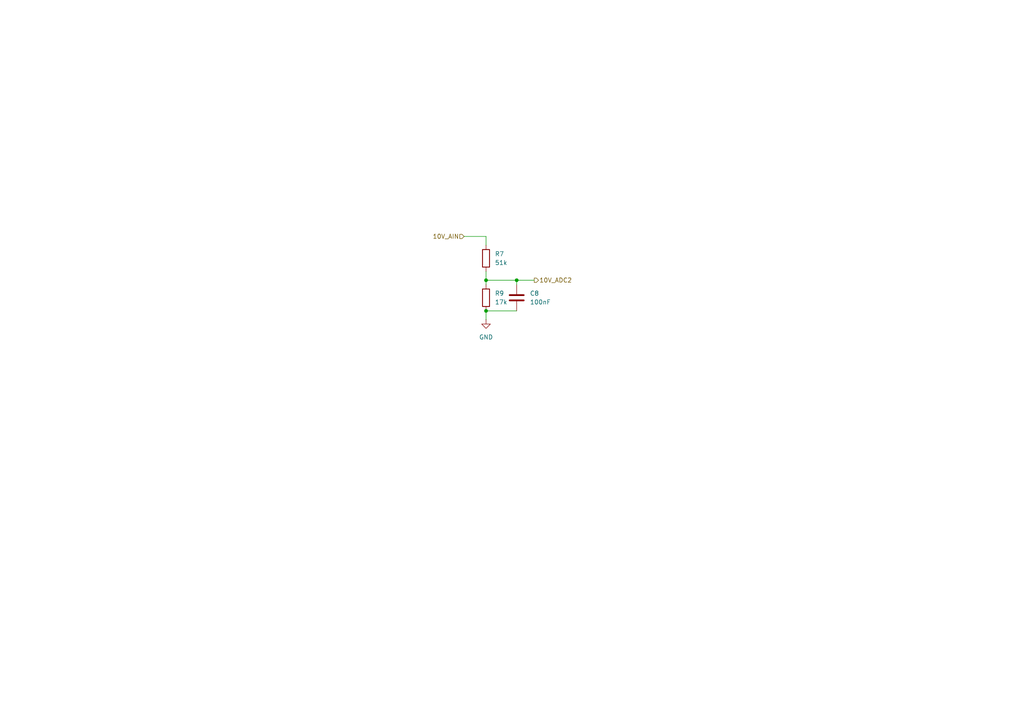
<source format=kicad_sch>
(kicad_sch
	(version 20250114)
	(generator "eeschema")
	(generator_version "9.0")
	(uuid "7ec2741b-4323-4543-8006-65204448585e")
	(paper "A4")
	(lib_symbols
		(symbol "Device:C"
			(pin_numbers
				(hide yes)
			)
			(pin_names
				(offset 0.254)
			)
			(exclude_from_sim no)
			(in_bom yes)
			(on_board yes)
			(property "Reference" "C"
				(at 0.635 2.54 0)
				(effects
					(font
						(size 1.27 1.27)
					)
					(justify left)
				)
			)
			(property "Value" "C"
				(at 0.635 -2.54 0)
				(effects
					(font
						(size 1.27 1.27)
					)
					(justify left)
				)
			)
			(property "Footprint" ""
				(at 0.9652 -3.81 0)
				(effects
					(font
						(size 1.27 1.27)
					)
					(hide yes)
				)
			)
			(property "Datasheet" "~"
				(at 0 0 0)
				(effects
					(font
						(size 1.27 1.27)
					)
					(hide yes)
				)
			)
			(property "Description" "Unpolarized capacitor"
				(at 0 0 0)
				(effects
					(font
						(size 1.27 1.27)
					)
					(hide yes)
				)
			)
			(property "ki_keywords" "cap capacitor"
				(at 0 0 0)
				(effects
					(font
						(size 1.27 1.27)
					)
					(hide yes)
				)
			)
			(property "ki_fp_filters" "C_*"
				(at 0 0 0)
				(effects
					(font
						(size 1.27 1.27)
					)
					(hide yes)
				)
			)
			(symbol "C_0_1"
				(polyline
					(pts
						(xy -2.032 0.762) (xy 2.032 0.762)
					)
					(stroke
						(width 0.508)
						(type default)
					)
					(fill
						(type none)
					)
				)
				(polyline
					(pts
						(xy -2.032 -0.762) (xy 2.032 -0.762)
					)
					(stroke
						(width 0.508)
						(type default)
					)
					(fill
						(type none)
					)
				)
			)
			(symbol "C_1_1"
				(pin passive line
					(at 0 3.81 270)
					(length 2.794)
					(name "~"
						(effects
							(font
								(size 1.27 1.27)
							)
						)
					)
					(number "1"
						(effects
							(font
								(size 1.27 1.27)
							)
						)
					)
				)
				(pin passive line
					(at 0 -3.81 90)
					(length 2.794)
					(name "~"
						(effects
							(font
								(size 1.27 1.27)
							)
						)
					)
					(number "2"
						(effects
							(font
								(size 1.27 1.27)
							)
						)
					)
				)
			)
			(embedded_fonts no)
		)
		(symbol "Device:R"
			(pin_numbers
				(hide yes)
			)
			(pin_names
				(offset 0)
			)
			(exclude_from_sim no)
			(in_bom yes)
			(on_board yes)
			(property "Reference" "R"
				(at 2.032 0 90)
				(effects
					(font
						(size 1.27 1.27)
					)
				)
			)
			(property "Value" "R"
				(at 0 0 90)
				(effects
					(font
						(size 1.27 1.27)
					)
				)
			)
			(property "Footprint" ""
				(at -1.778 0 90)
				(effects
					(font
						(size 1.27 1.27)
					)
					(hide yes)
				)
			)
			(property "Datasheet" "~"
				(at 0 0 0)
				(effects
					(font
						(size 1.27 1.27)
					)
					(hide yes)
				)
			)
			(property "Description" "Resistor"
				(at 0 0 0)
				(effects
					(font
						(size 1.27 1.27)
					)
					(hide yes)
				)
			)
			(property "ki_keywords" "R res resistor"
				(at 0 0 0)
				(effects
					(font
						(size 1.27 1.27)
					)
					(hide yes)
				)
			)
			(property "ki_fp_filters" "R_*"
				(at 0 0 0)
				(effects
					(font
						(size 1.27 1.27)
					)
					(hide yes)
				)
			)
			(symbol "R_0_1"
				(rectangle
					(start -1.016 -2.54)
					(end 1.016 2.54)
					(stroke
						(width 0.254)
						(type default)
					)
					(fill
						(type none)
					)
				)
			)
			(symbol "R_1_1"
				(pin passive line
					(at 0 3.81 270)
					(length 1.27)
					(name "~"
						(effects
							(font
								(size 1.27 1.27)
							)
						)
					)
					(number "1"
						(effects
							(font
								(size 1.27 1.27)
							)
						)
					)
				)
				(pin passive line
					(at 0 -3.81 90)
					(length 1.27)
					(name "~"
						(effects
							(font
								(size 1.27 1.27)
							)
						)
					)
					(number "2"
						(effects
							(font
								(size 1.27 1.27)
							)
						)
					)
				)
			)
			(embedded_fonts no)
		)
		(symbol "power:GND"
			(power)
			(pin_numbers
				(hide yes)
			)
			(pin_names
				(offset 0)
				(hide yes)
			)
			(exclude_from_sim no)
			(in_bom yes)
			(on_board yes)
			(property "Reference" "#PWR"
				(at 0 -6.35 0)
				(effects
					(font
						(size 1.27 1.27)
					)
					(hide yes)
				)
			)
			(property "Value" "GND"
				(at 0 -3.81 0)
				(effects
					(font
						(size 1.27 1.27)
					)
				)
			)
			(property "Footprint" ""
				(at 0 0 0)
				(effects
					(font
						(size 1.27 1.27)
					)
					(hide yes)
				)
			)
			(property "Datasheet" ""
				(at 0 0 0)
				(effects
					(font
						(size 1.27 1.27)
					)
					(hide yes)
				)
			)
			(property "Description" "Power symbol creates a global label with name \"GND\" , ground"
				(at 0 0 0)
				(effects
					(font
						(size 1.27 1.27)
					)
					(hide yes)
				)
			)
			(property "ki_keywords" "global power"
				(at 0 0 0)
				(effects
					(font
						(size 1.27 1.27)
					)
					(hide yes)
				)
			)
			(symbol "GND_0_1"
				(polyline
					(pts
						(xy 0 0) (xy 0 -1.27) (xy 1.27 -1.27) (xy 0 -2.54) (xy -1.27 -1.27) (xy 0 -1.27)
					)
					(stroke
						(width 0)
						(type default)
					)
					(fill
						(type none)
					)
				)
			)
			(symbol "GND_1_1"
				(pin power_in line
					(at 0 0 270)
					(length 0)
					(name "~"
						(effects
							(font
								(size 1.27 1.27)
							)
						)
					)
					(number "1"
						(effects
							(font
								(size 1.27 1.27)
							)
						)
					)
				)
			)
			(embedded_fonts no)
		)
	)
	(junction
		(at 140.97 81.28)
		(diameter 0)
		(color 0 0 0 0)
		(uuid "35d365cf-51ea-47e2-9fa1-2e8dc7f58b03")
	)
	(junction
		(at 140.97 90.17)
		(diameter 0)
		(color 0 0 0 0)
		(uuid "3f463bff-9f8a-4928-8ab7-bf9edd463449")
	)
	(junction
		(at 149.86 81.28)
		(diameter 0)
		(color 0 0 0 0)
		(uuid "a2fd3a63-a815-49f8-a42b-deba338407ce")
	)
	(wire
		(pts
			(xy 140.97 78.74) (xy 140.97 81.28)
		)
		(stroke
			(width 0)
			(type default)
		)
		(uuid "03d48560-c6b2-4c60-a965-fa89a1818bf2")
	)
	(wire
		(pts
			(xy 149.86 81.28) (xy 149.86 82.55)
		)
		(stroke
			(width 0)
			(type default)
		)
		(uuid "1b8f57f9-0340-4258-bcfc-bf4dd0f62abe")
	)
	(wire
		(pts
			(xy 149.86 81.28) (xy 154.94 81.28)
		)
		(stroke
			(width 0)
			(type default)
		)
		(uuid "319352cf-8c3e-4f18-aaa6-ec495687fcff")
	)
	(wire
		(pts
			(xy 140.97 90.17) (xy 140.97 92.71)
		)
		(stroke
			(width 0)
			(type default)
		)
		(uuid "4b524149-c762-4676-b39f-1b1c3adebf08")
	)
	(wire
		(pts
			(xy 140.97 81.28) (xy 140.97 82.55)
		)
		(stroke
			(width 0)
			(type default)
		)
		(uuid "564a4d05-f5b7-4bf9-b99b-0eaead8fa783")
	)
	(wire
		(pts
			(xy 140.97 90.17) (xy 149.86 90.17)
		)
		(stroke
			(width 0)
			(type default)
		)
		(uuid "709c89a8-9bfe-46a8-957d-1d32e871a711")
	)
	(wire
		(pts
			(xy 140.97 68.58) (xy 140.97 71.12)
		)
		(stroke
			(width 0)
			(type default)
		)
		(uuid "8019eb16-9fdc-4844-b5a0-fe2c9a9e1654")
	)
	(wire
		(pts
			(xy 134.62 68.58) (xy 140.97 68.58)
		)
		(stroke
			(width 0)
			(type default)
		)
		(uuid "83e52e57-71fa-4660-9624-bef82c1d9555")
	)
	(wire
		(pts
			(xy 140.97 81.28) (xy 149.86 81.28)
		)
		(stroke
			(width 0)
			(type default)
		)
		(uuid "fa139316-7956-49ad-a7b2-85b69ec040ec")
	)
	(hierarchical_label "10V_ADC2"
		(shape output)
		(at 154.94 81.28 0)
		(effects
			(font
				(size 1.27 1.27)
			)
			(justify left)
		)
		(uuid "426a6c94-31dc-4077-9c19-9cd999a7c44c")
	)
	(hierarchical_label "10V_AIN"
		(shape input)
		(at 134.62 68.58 180)
		(effects
			(font
				(size 1.27 1.27)
			)
			(justify right)
		)
		(uuid "aae92cdf-dc1a-49e8-a1cf-88ca26be178e")
	)
	(symbol
		(lib_id "Device:R")
		(at 140.97 86.36 0)
		(unit 1)
		(exclude_from_sim no)
		(in_bom yes)
		(on_board yes)
		(dnp no)
		(fields_autoplaced yes)
		(uuid "0ed67eae-008a-49a5-a215-36cf18a6abf8")
		(property "Reference" "R9"
			(at 143.51 85.0899 0)
			(effects
				(font
					(size 1.27 1.27)
				)
				(justify left)
			)
		)
		(property "Value" "17k"
			(at 143.51 87.6299 0)
			(effects
				(font
					(size 1.27 1.27)
				)
				(justify left)
			)
		)
		(property "Footprint" ""
			(at 139.192 86.36 90)
			(effects
				(font
					(size 1.27 1.27)
				)
				(hide yes)
			)
		)
		(property "Datasheet" "~"
			(at 140.97 86.36 0)
			(effects
				(font
					(size 1.27 1.27)
				)
				(hide yes)
			)
		)
		(property "Description" "Resistor"
			(at 140.97 86.36 0)
			(effects
				(font
					(size 1.27 1.27)
				)
				(hide yes)
			)
		)
		(pin "2"
			(uuid "5fdcb02d-9794-4117-9fa0-840f4a66679b")
		)
		(pin "1"
			(uuid "b2293b90-9b00-4c25-a531-e38309b3ba93")
		)
		(instances
			(project "NIVARA PROJECT"
				(path "/dc6fb271-dfd0-4448-98f1-862b1cc93a80/2ca62569-d560-4cca-9470-52fd378086ae/7347e075-81ce-4f96-92b3-3a1edadbcf33"
					(reference "R9")
					(unit 1)
				)
			)
		)
	)
	(symbol
		(lib_id "Device:C")
		(at 149.86 86.36 0)
		(unit 1)
		(exclude_from_sim no)
		(in_bom yes)
		(on_board yes)
		(dnp no)
		(fields_autoplaced yes)
		(uuid "1fdc78f5-2f09-4180-83da-ded8e2171ffa")
		(property "Reference" "C8"
			(at 153.67 85.0899 0)
			(effects
				(font
					(size 1.27 1.27)
				)
				(justify left)
			)
		)
		(property "Value" "100nF"
			(at 153.67 87.6299 0)
			(effects
				(font
					(size 1.27 1.27)
				)
				(justify left)
			)
		)
		(property "Footprint" ""
			(at 150.8252 90.17 0)
			(effects
				(font
					(size 1.27 1.27)
				)
				(hide yes)
			)
		)
		(property "Datasheet" "~"
			(at 149.86 86.36 0)
			(effects
				(font
					(size 1.27 1.27)
				)
				(hide yes)
			)
		)
		(property "Description" "Unpolarized capacitor"
			(at 149.86 86.36 0)
			(effects
				(font
					(size 1.27 1.27)
				)
				(hide yes)
			)
		)
		(pin "1"
			(uuid "a172aa73-8475-4efb-8118-970bc8a0264f")
		)
		(pin "2"
			(uuid "3d1b4a60-1ea4-4f19-b453-8e7940a6e2b4")
		)
		(instances
			(project ""
				(path "/dc6fb271-dfd0-4448-98f1-862b1cc93a80/2ca62569-d560-4cca-9470-52fd378086ae/7347e075-81ce-4f96-92b3-3a1edadbcf33"
					(reference "C8")
					(unit 1)
				)
			)
		)
	)
	(symbol
		(lib_id "power:GND")
		(at 140.97 92.71 0)
		(unit 1)
		(exclude_from_sim no)
		(in_bom yes)
		(on_board yes)
		(dnp no)
		(fields_autoplaced yes)
		(uuid "8926991f-06cf-4f9f-85d6-9ca4892d599e")
		(property "Reference" "#PWR041"
			(at 140.97 99.06 0)
			(effects
				(font
					(size 1.27 1.27)
				)
				(hide yes)
			)
		)
		(property "Value" "GND"
			(at 140.97 97.79 0)
			(effects
				(font
					(size 1.27 1.27)
				)
			)
		)
		(property "Footprint" ""
			(at 140.97 92.71 0)
			(effects
				(font
					(size 1.27 1.27)
				)
				(hide yes)
			)
		)
		(property "Datasheet" ""
			(at 140.97 92.71 0)
			(effects
				(font
					(size 1.27 1.27)
				)
				(hide yes)
			)
		)
		(property "Description" "Power symbol creates a global label with name \"GND\" , ground"
			(at 140.97 92.71 0)
			(effects
				(font
					(size 1.27 1.27)
				)
				(hide yes)
			)
		)
		(pin "1"
			(uuid "b6ed84ca-a022-4d89-92f5-831e034772cc")
		)
		(instances
			(project "NIVARA PROJECT"
				(path "/dc6fb271-dfd0-4448-98f1-862b1cc93a80/2ca62569-d560-4cca-9470-52fd378086ae/7347e075-81ce-4f96-92b3-3a1edadbcf33"
					(reference "#PWR041")
					(unit 1)
				)
			)
		)
	)
	(symbol
		(lib_id "Device:R")
		(at 140.97 74.93 0)
		(unit 1)
		(exclude_from_sim no)
		(in_bom yes)
		(on_board yes)
		(dnp no)
		(fields_autoplaced yes)
		(uuid "8b87bd75-eb09-4845-b8db-0922726a5dc7")
		(property "Reference" "R7"
			(at 143.51 73.6599 0)
			(effects
				(font
					(size 1.27 1.27)
				)
				(justify left)
			)
		)
		(property "Value" "51k"
			(at 143.51 76.1999 0)
			(effects
				(font
					(size 1.27 1.27)
				)
				(justify left)
			)
		)
		(property "Footprint" ""
			(at 139.192 74.93 90)
			(effects
				(font
					(size 1.27 1.27)
				)
				(hide yes)
			)
		)
		(property "Datasheet" "~"
			(at 140.97 74.93 0)
			(effects
				(font
					(size 1.27 1.27)
				)
				(hide yes)
			)
		)
		(property "Description" "Resistor"
			(at 140.97 74.93 0)
			(effects
				(font
					(size 1.27 1.27)
				)
				(hide yes)
			)
		)
		(pin "2"
			(uuid "7db94390-9dd6-41c8-a189-8ef64a85f1a4")
		)
		(pin "1"
			(uuid "87460380-72c1-4832-bdbc-f4fb85efb013")
		)
		(instances
			(project ""
				(path "/dc6fb271-dfd0-4448-98f1-862b1cc93a80/2ca62569-d560-4cca-9470-52fd378086ae/7347e075-81ce-4f96-92b3-3a1edadbcf33"
					(reference "R7")
					(unit 1)
				)
			)
		)
	)
)

</source>
